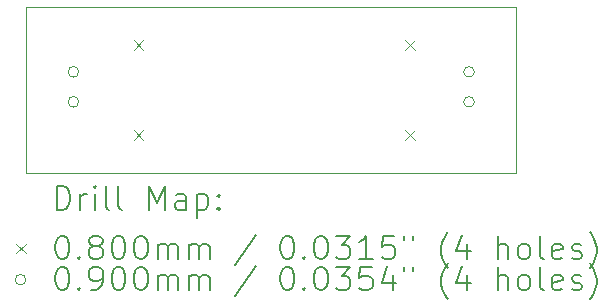
<source format=gbr>
%TF.GenerationSoftware,KiCad,Pcbnew,8.0.0*%
%TF.CreationDate,2024-04-12T16:45:46+09:00*%
%TF.ProjectId,putter,70757474-6572-42e6-9b69-6361645f7063,rev?*%
%TF.SameCoordinates,Original*%
%TF.FileFunction,Drillmap*%
%TF.FilePolarity,Positive*%
%FSLAX45Y45*%
G04 Gerber Fmt 4.5, Leading zero omitted, Abs format (unit mm)*
G04 Created by KiCad (PCBNEW 8.0.0) date 2024-04-12 16:45:46*
%MOMM*%
%LPD*%
G01*
G04 APERTURE LIST*
%ADD10C,0.050000*%
%ADD11C,0.200000*%
%ADD12C,0.100000*%
G04 APERTURE END LIST*
D10*
X9550000Y-6000000D02*
X13700000Y-6000000D01*
X13700000Y-7400000D01*
X9550000Y-7400000D01*
X9550000Y-6000000D01*
D11*
D12*
X10460000Y-6279000D02*
X10540000Y-6359000D01*
X10540000Y-6279000D02*
X10460000Y-6359000D01*
X10460000Y-7041000D02*
X10540000Y-7121000D01*
X10540000Y-7041000D02*
X10460000Y-7121000D01*
X12760000Y-6279000D02*
X12840000Y-6359000D01*
X12840000Y-6279000D02*
X12760000Y-6359000D01*
X12760000Y-7041000D02*
X12840000Y-7121000D01*
X12840000Y-7041000D02*
X12760000Y-7121000D01*
X9995000Y-6547000D02*
G75*
G02*
X9905000Y-6547000I-45000J0D01*
G01*
X9905000Y-6547000D02*
G75*
G02*
X9995000Y-6547000I45000J0D01*
G01*
X9995000Y-6801000D02*
G75*
G02*
X9905000Y-6801000I-45000J0D01*
G01*
X9905000Y-6801000D02*
G75*
G02*
X9995000Y-6801000I45000J0D01*
G01*
X13345000Y-6547000D02*
G75*
G02*
X13255000Y-6547000I-45000J0D01*
G01*
X13255000Y-6547000D02*
G75*
G02*
X13345000Y-6547000I45000J0D01*
G01*
X13345000Y-6801000D02*
G75*
G02*
X13255000Y-6801000I-45000J0D01*
G01*
X13255000Y-6801000D02*
G75*
G02*
X13345000Y-6801000I45000J0D01*
G01*
D11*
X9808277Y-7713984D02*
X9808277Y-7513984D01*
X9808277Y-7513984D02*
X9855896Y-7513984D01*
X9855896Y-7513984D02*
X9884467Y-7523508D01*
X9884467Y-7523508D02*
X9903515Y-7542555D01*
X9903515Y-7542555D02*
X9913039Y-7561603D01*
X9913039Y-7561603D02*
X9922563Y-7599698D01*
X9922563Y-7599698D02*
X9922563Y-7628269D01*
X9922563Y-7628269D02*
X9913039Y-7666365D01*
X9913039Y-7666365D02*
X9903515Y-7685412D01*
X9903515Y-7685412D02*
X9884467Y-7704460D01*
X9884467Y-7704460D02*
X9855896Y-7713984D01*
X9855896Y-7713984D02*
X9808277Y-7713984D01*
X10008277Y-7713984D02*
X10008277Y-7580650D01*
X10008277Y-7618746D02*
X10017801Y-7599698D01*
X10017801Y-7599698D02*
X10027324Y-7590174D01*
X10027324Y-7590174D02*
X10046372Y-7580650D01*
X10046372Y-7580650D02*
X10065420Y-7580650D01*
X10132086Y-7713984D02*
X10132086Y-7580650D01*
X10132086Y-7513984D02*
X10122563Y-7523508D01*
X10122563Y-7523508D02*
X10132086Y-7533031D01*
X10132086Y-7533031D02*
X10141610Y-7523508D01*
X10141610Y-7523508D02*
X10132086Y-7513984D01*
X10132086Y-7513984D02*
X10132086Y-7533031D01*
X10255896Y-7713984D02*
X10236848Y-7704460D01*
X10236848Y-7704460D02*
X10227324Y-7685412D01*
X10227324Y-7685412D02*
X10227324Y-7513984D01*
X10360658Y-7713984D02*
X10341610Y-7704460D01*
X10341610Y-7704460D02*
X10332086Y-7685412D01*
X10332086Y-7685412D02*
X10332086Y-7513984D01*
X10589229Y-7713984D02*
X10589229Y-7513984D01*
X10589229Y-7513984D02*
X10655896Y-7656841D01*
X10655896Y-7656841D02*
X10722563Y-7513984D01*
X10722563Y-7513984D02*
X10722563Y-7713984D01*
X10903515Y-7713984D02*
X10903515Y-7609222D01*
X10903515Y-7609222D02*
X10893991Y-7590174D01*
X10893991Y-7590174D02*
X10874944Y-7580650D01*
X10874944Y-7580650D02*
X10836848Y-7580650D01*
X10836848Y-7580650D02*
X10817801Y-7590174D01*
X10903515Y-7704460D02*
X10884467Y-7713984D01*
X10884467Y-7713984D02*
X10836848Y-7713984D01*
X10836848Y-7713984D02*
X10817801Y-7704460D01*
X10817801Y-7704460D02*
X10808277Y-7685412D01*
X10808277Y-7685412D02*
X10808277Y-7666365D01*
X10808277Y-7666365D02*
X10817801Y-7647317D01*
X10817801Y-7647317D02*
X10836848Y-7637793D01*
X10836848Y-7637793D02*
X10884467Y-7637793D01*
X10884467Y-7637793D02*
X10903515Y-7628269D01*
X10998753Y-7580650D02*
X10998753Y-7780650D01*
X10998753Y-7590174D02*
X11017801Y-7580650D01*
X11017801Y-7580650D02*
X11055896Y-7580650D01*
X11055896Y-7580650D02*
X11074944Y-7590174D01*
X11074944Y-7590174D02*
X11084467Y-7599698D01*
X11084467Y-7599698D02*
X11093991Y-7618746D01*
X11093991Y-7618746D02*
X11093991Y-7675888D01*
X11093991Y-7675888D02*
X11084467Y-7694936D01*
X11084467Y-7694936D02*
X11074944Y-7704460D01*
X11074944Y-7704460D02*
X11055896Y-7713984D01*
X11055896Y-7713984D02*
X11017801Y-7713984D01*
X11017801Y-7713984D02*
X10998753Y-7704460D01*
X11179705Y-7694936D02*
X11189229Y-7704460D01*
X11189229Y-7704460D02*
X11179705Y-7713984D01*
X11179705Y-7713984D02*
X11170182Y-7704460D01*
X11170182Y-7704460D02*
X11179705Y-7694936D01*
X11179705Y-7694936D02*
X11179705Y-7713984D01*
X11179705Y-7590174D02*
X11189229Y-7599698D01*
X11189229Y-7599698D02*
X11179705Y-7609222D01*
X11179705Y-7609222D02*
X11170182Y-7599698D01*
X11170182Y-7599698D02*
X11179705Y-7590174D01*
X11179705Y-7590174D02*
X11179705Y-7609222D01*
D12*
X9467500Y-8002500D02*
X9547500Y-8082500D01*
X9547500Y-8002500D02*
X9467500Y-8082500D01*
D11*
X9846372Y-7933984D02*
X9865420Y-7933984D01*
X9865420Y-7933984D02*
X9884467Y-7943508D01*
X9884467Y-7943508D02*
X9893991Y-7953031D01*
X9893991Y-7953031D02*
X9903515Y-7972079D01*
X9903515Y-7972079D02*
X9913039Y-8010174D01*
X9913039Y-8010174D02*
X9913039Y-8057793D01*
X9913039Y-8057793D02*
X9903515Y-8095888D01*
X9903515Y-8095888D02*
X9893991Y-8114936D01*
X9893991Y-8114936D02*
X9884467Y-8124460D01*
X9884467Y-8124460D02*
X9865420Y-8133984D01*
X9865420Y-8133984D02*
X9846372Y-8133984D01*
X9846372Y-8133984D02*
X9827324Y-8124460D01*
X9827324Y-8124460D02*
X9817801Y-8114936D01*
X9817801Y-8114936D02*
X9808277Y-8095888D01*
X9808277Y-8095888D02*
X9798753Y-8057793D01*
X9798753Y-8057793D02*
X9798753Y-8010174D01*
X9798753Y-8010174D02*
X9808277Y-7972079D01*
X9808277Y-7972079D02*
X9817801Y-7953031D01*
X9817801Y-7953031D02*
X9827324Y-7943508D01*
X9827324Y-7943508D02*
X9846372Y-7933984D01*
X9998753Y-8114936D02*
X10008277Y-8124460D01*
X10008277Y-8124460D02*
X9998753Y-8133984D01*
X9998753Y-8133984D02*
X9989229Y-8124460D01*
X9989229Y-8124460D02*
X9998753Y-8114936D01*
X9998753Y-8114936D02*
X9998753Y-8133984D01*
X10122563Y-8019698D02*
X10103515Y-8010174D01*
X10103515Y-8010174D02*
X10093991Y-8000650D01*
X10093991Y-8000650D02*
X10084467Y-7981603D01*
X10084467Y-7981603D02*
X10084467Y-7972079D01*
X10084467Y-7972079D02*
X10093991Y-7953031D01*
X10093991Y-7953031D02*
X10103515Y-7943508D01*
X10103515Y-7943508D02*
X10122563Y-7933984D01*
X10122563Y-7933984D02*
X10160658Y-7933984D01*
X10160658Y-7933984D02*
X10179705Y-7943508D01*
X10179705Y-7943508D02*
X10189229Y-7953031D01*
X10189229Y-7953031D02*
X10198753Y-7972079D01*
X10198753Y-7972079D02*
X10198753Y-7981603D01*
X10198753Y-7981603D02*
X10189229Y-8000650D01*
X10189229Y-8000650D02*
X10179705Y-8010174D01*
X10179705Y-8010174D02*
X10160658Y-8019698D01*
X10160658Y-8019698D02*
X10122563Y-8019698D01*
X10122563Y-8019698D02*
X10103515Y-8029222D01*
X10103515Y-8029222D02*
X10093991Y-8038746D01*
X10093991Y-8038746D02*
X10084467Y-8057793D01*
X10084467Y-8057793D02*
X10084467Y-8095888D01*
X10084467Y-8095888D02*
X10093991Y-8114936D01*
X10093991Y-8114936D02*
X10103515Y-8124460D01*
X10103515Y-8124460D02*
X10122563Y-8133984D01*
X10122563Y-8133984D02*
X10160658Y-8133984D01*
X10160658Y-8133984D02*
X10179705Y-8124460D01*
X10179705Y-8124460D02*
X10189229Y-8114936D01*
X10189229Y-8114936D02*
X10198753Y-8095888D01*
X10198753Y-8095888D02*
X10198753Y-8057793D01*
X10198753Y-8057793D02*
X10189229Y-8038746D01*
X10189229Y-8038746D02*
X10179705Y-8029222D01*
X10179705Y-8029222D02*
X10160658Y-8019698D01*
X10322563Y-7933984D02*
X10341610Y-7933984D01*
X10341610Y-7933984D02*
X10360658Y-7943508D01*
X10360658Y-7943508D02*
X10370182Y-7953031D01*
X10370182Y-7953031D02*
X10379705Y-7972079D01*
X10379705Y-7972079D02*
X10389229Y-8010174D01*
X10389229Y-8010174D02*
X10389229Y-8057793D01*
X10389229Y-8057793D02*
X10379705Y-8095888D01*
X10379705Y-8095888D02*
X10370182Y-8114936D01*
X10370182Y-8114936D02*
X10360658Y-8124460D01*
X10360658Y-8124460D02*
X10341610Y-8133984D01*
X10341610Y-8133984D02*
X10322563Y-8133984D01*
X10322563Y-8133984D02*
X10303515Y-8124460D01*
X10303515Y-8124460D02*
X10293991Y-8114936D01*
X10293991Y-8114936D02*
X10284467Y-8095888D01*
X10284467Y-8095888D02*
X10274944Y-8057793D01*
X10274944Y-8057793D02*
X10274944Y-8010174D01*
X10274944Y-8010174D02*
X10284467Y-7972079D01*
X10284467Y-7972079D02*
X10293991Y-7953031D01*
X10293991Y-7953031D02*
X10303515Y-7943508D01*
X10303515Y-7943508D02*
X10322563Y-7933984D01*
X10513039Y-7933984D02*
X10532086Y-7933984D01*
X10532086Y-7933984D02*
X10551134Y-7943508D01*
X10551134Y-7943508D02*
X10560658Y-7953031D01*
X10560658Y-7953031D02*
X10570182Y-7972079D01*
X10570182Y-7972079D02*
X10579705Y-8010174D01*
X10579705Y-8010174D02*
X10579705Y-8057793D01*
X10579705Y-8057793D02*
X10570182Y-8095888D01*
X10570182Y-8095888D02*
X10560658Y-8114936D01*
X10560658Y-8114936D02*
X10551134Y-8124460D01*
X10551134Y-8124460D02*
X10532086Y-8133984D01*
X10532086Y-8133984D02*
X10513039Y-8133984D01*
X10513039Y-8133984D02*
X10493991Y-8124460D01*
X10493991Y-8124460D02*
X10484467Y-8114936D01*
X10484467Y-8114936D02*
X10474944Y-8095888D01*
X10474944Y-8095888D02*
X10465420Y-8057793D01*
X10465420Y-8057793D02*
X10465420Y-8010174D01*
X10465420Y-8010174D02*
X10474944Y-7972079D01*
X10474944Y-7972079D02*
X10484467Y-7953031D01*
X10484467Y-7953031D02*
X10493991Y-7943508D01*
X10493991Y-7943508D02*
X10513039Y-7933984D01*
X10665420Y-8133984D02*
X10665420Y-8000650D01*
X10665420Y-8019698D02*
X10674944Y-8010174D01*
X10674944Y-8010174D02*
X10693991Y-8000650D01*
X10693991Y-8000650D02*
X10722563Y-8000650D01*
X10722563Y-8000650D02*
X10741610Y-8010174D01*
X10741610Y-8010174D02*
X10751134Y-8029222D01*
X10751134Y-8029222D02*
X10751134Y-8133984D01*
X10751134Y-8029222D02*
X10760658Y-8010174D01*
X10760658Y-8010174D02*
X10779705Y-8000650D01*
X10779705Y-8000650D02*
X10808277Y-8000650D01*
X10808277Y-8000650D02*
X10827325Y-8010174D01*
X10827325Y-8010174D02*
X10836848Y-8029222D01*
X10836848Y-8029222D02*
X10836848Y-8133984D01*
X10932086Y-8133984D02*
X10932086Y-8000650D01*
X10932086Y-8019698D02*
X10941610Y-8010174D01*
X10941610Y-8010174D02*
X10960658Y-8000650D01*
X10960658Y-8000650D02*
X10989229Y-8000650D01*
X10989229Y-8000650D02*
X11008277Y-8010174D01*
X11008277Y-8010174D02*
X11017801Y-8029222D01*
X11017801Y-8029222D02*
X11017801Y-8133984D01*
X11017801Y-8029222D02*
X11027325Y-8010174D01*
X11027325Y-8010174D02*
X11046372Y-8000650D01*
X11046372Y-8000650D02*
X11074944Y-8000650D01*
X11074944Y-8000650D02*
X11093991Y-8010174D01*
X11093991Y-8010174D02*
X11103515Y-8029222D01*
X11103515Y-8029222D02*
X11103515Y-8133984D01*
X11493991Y-7924460D02*
X11322563Y-8181603D01*
X11751134Y-7933984D02*
X11770182Y-7933984D01*
X11770182Y-7933984D02*
X11789229Y-7943508D01*
X11789229Y-7943508D02*
X11798753Y-7953031D01*
X11798753Y-7953031D02*
X11808277Y-7972079D01*
X11808277Y-7972079D02*
X11817801Y-8010174D01*
X11817801Y-8010174D02*
X11817801Y-8057793D01*
X11817801Y-8057793D02*
X11808277Y-8095888D01*
X11808277Y-8095888D02*
X11798753Y-8114936D01*
X11798753Y-8114936D02*
X11789229Y-8124460D01*
X11789229Y-8124460D02*
X11770182Y-8133984D01*
X11770182Y-8133984D02*
X11751134Y-8133984D01*
X11751134Y-8133984D02*
X11732086Y-8124460D01*
X11732086Y-8124460D02*
X11722563Y-8114936D01*
X11722563Y-8114936D02*
X11713039Y-8095888D01*
X11713039Y-8095888D02*
X11703515Y-8057793D01*
X11703515Y-8057793D02*
X11703515Y-8010174D01*
X11703515Y-8010174D02*
X11713039Y-7972079D01*
X11713039Y-7972079D02*
X11722563Y-7953031D01*
X11722563Y-7953031D02*
X11732086Y-7943508D01*
X11732086Y-7943508D02*
X11751134Y-7933984D01*
X11903515Y-8114936D02*
X11913039Y-8124460D01*
X11913039Y-8124460D02*
X11903515Y-8133984D01*
X11903515Y-8133984D02*
X11893991Y-8124460D01*
X11893991Y-8124460D02*
X11903515Y-8114936D01*
X11903515Y-8114936D02*
X11903515Y-8133984D01*
X12036848Y-7933984D02*
X12055896Y-7933984D01*
X12055896Y-7933984D02*
X12074944Y-7943508D01*
X12074944Y-7943508D02*
X12084467Y-7953031D01*
X12084467Y-7953031D02*
X12093991Y-7972079D01*
X12093991Y-7972079D02*
X12103515Y-8010174D01*
X12103515Y-8010174D02*
X12103515Y-8057793D01*
X12103515Y-8057793D02*
X12093991Y-8095888D01*
X12093991Y-8095888D02*
X12084467Y-8114936D01*
X12084467Y-8114936D02*
X12074944Y-8124460D01*
X12074944Y-8124460D02*
X12055896Y-8133984D01*
X12055896Y-8133984D02*
X12036848Y-8133984D01*
X12036848Y-8133984D02*
X12017801Y-8124460D01*
X12017801Y-8124460D02*
X12008277Y-8114936D01*
X12008277Y-8114936D02*
X11998753Y-8095888D01*
X11998753Y-8095888D02*
X11989229Y-8057793D01*
X11989229Y-8057793D02*
X11989229Y-8010174D01*
X11989229Y-8010174D02*
X11998753Y-7972079D01*
X11998753Y-7972079D02*
X12008277Y-7953031D01*
X12008277Y-7953031D02*
X12017801Y-7943508D01*
X12017801Y-7943508D02*
X12036848Y-7933984D01*
X12170182Y-7933984D02*
X12293991Y-7933984D01*
X12293991Y-7933984D02*
X12227325Y-8010174D01*
X12227325Y-8010174D02*
X12255896Y-8010174D01*
X12255896Y-8010174D02*
X12274944Y-8019698D01*
X12274944Y-8019698D02*
X12284467Y-8029222D01*
X12284467Y-8029222D02*
X12293991Y-8048269D01*
X12293991Y-8048269D02*
X12293991Y-8095888D01*
X12293991Y-8095888D02*
X12284467Y-8114936D01*
X12284467Y-8114936D02*
X12274944Y-8124460D01*
X12274944Y-8124460D02*
X12255896Y-8133984D01*
X12255896Y-8133984D02*
X12198753Y-8133984D01*
X12198753Y-8133984D02*
X12179706Y-8124460D01*
X12179706Y-8124460D02*
X12170182Y-8114936D01*
X12484467Y-8133984D02*
X12370182Y-8133984D01*
X12427325Y-8133984D02*
X12427325Y-7933984D01*
X12427325Y-7933984D02*
X12408277Y-7962555D01*
X12408277Y-7962555D02*
X12389229Y-7981603D01*
X12389229Y-7981603D02*
X12370182Y-7991127D01*
X12665420Y-7933984D02*
X12570182Y-7933984D01*
X12570182Y-7933984D02*
X12560658Y-8029222D01*
X12560658Y-8029222D02*
X12570182Y-8019698D01*
X12570182Y-8019698D02*
X12589229Y-8010174D01*
X12589229Y-8010174D02*
X12636848Y-8010174D01*
X12636848Y-8010174D02*
X12655896Y-8019698D01*
X12655896Y-8019698D02*
X12665420Y-8029222D01*
X12665420Y-8029222D02*
X12674944Y-8048269D01*
X12674944Y-8048269D02*
X12674944Y-8095888D01*
X12674944Y-8095888D02*
X12665420Y-8114936D01*
X12665420Y-8114936D02*
X12655896Y-8124460D01*
X12655896Y-8124460D02*
X12636848Y-8133984D01*
X12636848Y-8133984D02*
X12589229Y-8133984D01*
X12589229Y-8133984D02*
X12570182Y-8124460D01*
X12570182Y-8124460D02*
X12560658Y-8114936D01*
X12751134Y-7933984D02*
X12751134Y-7972079D01*
X12827325Y-7933984D02*
X12827325Y-7972079D01*
X13122563Y-8210174D02*
X13113039Y-8200650D01*
X13113039Y-8200650D02*
X13093991Y-8172079D01*
X13093991Y-8172079D02*
X13084468Y-8153031D01*
X13084468Y-8153031D02*
X13074944Y-8124460D01*
X13074944Y-8124460D02*
X13065420Y-8076841D01*
X13065420Y-8076841D02*
X13065420Y-8038746D01*
X13065420Y-8038746D02*
X13074944Y-7991127D01*
X13074944Y-7991127D02*
X13084468Y-7962555D01*
X13084468Y-7962555D02*
X13093991Y-7943508D01*
X13093991Y-7943508D02*
X13113039Y-7914936D01*
X13113039Y-7914936D02*
X13122563Y-7905412D01*
X13284468Y-8000650D02*
X13284468Y-8133984D01*
X13236848Y-7924460D02*
X13189229Y-8067317D01*
X13189229Y-8067317D02*
X13313039Y-8067317D01*
X13541610Y-8133984D02*
X13541610Y-7933984D01*
X13627325Y-8133984D02*
X13627325Y-8029222D01*
X13627325Y-8029222D02*
X13617801Y-8010174D01*
X13617801Y-8010174D02*
X13598753Y-8000650D01*
X13598753Y-8000650D02*
X13570182Y-8000650D01*
X13570182Y-8000650D02*
X13551134Y-8010174D01*
X13551134Y-8010174D02*
X13541610Y-8019698D01*
X13751134Y-8133984D02*
X13732087Y-8124460D01*
X13732087Y-8124460D02*
X13722563Y-8114936D01*
X13722563Y-8114936D02*
X13713039Y-8095888D01*
X13713039Y-8095888D02*
X13713039Y-8038746D01*
X13713039Y-8038746D02*
X13722563Y-8019698D01*
X13722563Y-8019698D02*
X13732087Y-8010174D01*
X13732087Y-8010174D02*
X13751134Y-8000650D01*
X13751134Y-8000650D02*
X13779706Y-8000650D01*
X13779706Y-8000650D02*
X13798753Y-8010174D01*
X13798753Y-8010174D02*
X13808277Y-8019698D01*
X13808277Y-8019698D02*
X13817801Y-8038746D01*
X13817801Y-8038746D02*
X13817801Y-8095888D01*
X13817801Y-8095888D02*
X13808277Y-8114936D01*
X13808277Y-8114936D02*
X13798753Y-8124460D01*
X13798753Y-8124460D02*
X13779706Y-8133984D01*
X13779706Y-8133984D02*
X13751134Y-8133984D01*
X13932087Y-8133984D02*
X13913039Y-8124460D01*
X13913039Y-8124460D02*
X13903515Y-8105412D01*
X13903515Y-8105412D02*
X13903515Y-7933984D01*
X14084468Y-8124460D02*
X14065420Y-8133984D01*
X14065420Y-8133984D02*
X14027325Y-8133984D01*
X14027325Y-8133984D02*
X14008277Y-8124460D01*
X14008277Y-8124460D02*
X13998753Y-8105412D01*
X13998753Y-8105412D02*
X13998753Y-8029222D01*
X13998753Y-8029222D02*
X14008277Y-8010174D01*
X14008277Y-8010174D02*
X14027325Y-8000650D01*
X14027325Y-8000650D02*
X14065420Y-8000650D01*
X14065420Y-8000650D02*
X14084468Y-8010174D01*
X14084468Y-8010174D02*
X14093991Y-8029222D01*
X14093991Y-8029222D02*
X14093991Y-8048269D01*
X14093991Y-8048269D02*
X13998753Y-8067317D01*
X14170182Y-8124460D02*
X14189230Y-8133984D01*
X14189230Y-8133984D02*
X14227325Y-8133984D01*
X14227325Y-8133984D02*
X14246372Y-8124460D01*
X14246372Y-8124460D02*
X14255896Y-8105412D01*
X14255896Y-8105412D02*
X14255896Y-8095888D01*
X14255896Y-8095888D02*
X14246372Y-8076841D01*
X14246372Y-8076841D02*
X14227325Y-8067317D01*
X14227325Y-8067317D02*
X14198753Y-8067317D01*
X14198753Y-8067317D02*
X14179706Y-8057793D01*
X14179706Y-8057793D02*
X14170182Y-8038746D01*
X14170182Y-8038746D02*
X14170182Y-8029222D01*
X14170182Y-8029222D02*
X14179706Y-8010174D01*
X14179706Y-8010174D02*
X14198753Y-8000650D01*
X14198753Y-8000650D02*
X14227325Y-8000650D01*
X14227325Y-8000650D02*
X14246372Y-8010174D01*
X14322563Y-8210174D02*
X14332087Y-8200650D01*
X14332087Y-8200650D02*
X14351134Y-8172079D01*
X14351134Y-8172079D02*
X14360658Y-8153031D01*
X14360658Y-8153031D02*
X14370182Y-8124460D01*
X14370182Y-8124460D02*
X14379706Y-8076841D01*
X14379706Y-8076841D02*
X14379706Y-8038746D01*
X14379706Y-8038746D02*
X14370182Y-7991127D01*
X14370182Y-7991127D02*
X14360658Y-7962555D01*
X14360658Y-7962555D02*
X14351134Y-7943508D01*
X14351134Y-7943508D02*
X14332087Y-7914936D01*
X14332087Y-7914936D02*
X14322563Y-7905412D01*
D12*
X9547500Y-8306500D02*
G75*
G02*
X9457500Y-8306500I-45000J0D01*
G01*
X9457500Y-8306500D02*
G75*
G02*
X9547500Y-8306500I45000J0D01*
G01*
D11*
X9846372Y-8197984D02*
X9865420Y-8197984D01*
X9865420Y-8197984D02*
X9884467Y-8207508D01*
X9884467Y-8207508D02*
X9893991Y-8217031D01*
X9893991Y-8217031D02*
X9903515Y-8236079D01*
X9903515Y-8236079D02*
X9913039Y-8274174D01*
X9913039Y-8274174D02*
X9913039Y-8321793D01*
X9913039Y-8321793D02*
X9903515Y-8359888D01*
X9903515Y-8359888D02*
X9893991Y-8378936D01*
X9893991Y-8378936D02*
X9884467Y-8388460D01*
X9884467Y-8388460D02*
X9865420Y-8397984D01*
X9865420Y-8397984D02*
X9846372Y-8397984D01*
X9846372Y-8397984D02*
X9827324Y-8388460D01*
X9827324Y-8388460D02*
X9817801Y-8378936D01*
X9817801Y-8378936D02*
X9808277Y-8359888D01*
X9808277Y-8359888D02*
X9798753Y-8321793D01*
X9798753Y-8321793D02*
X9798753Y-8274174D01*
X9798753Y-8274174D02*
X9808277Y-8236079D01*
X9808277Y-8236079D02*
X9817801Y-8217031D01*
X9817801Y-8217031D02*
X9827324Y-8207508D01*
X9827324Y-8207508D02*
X9846372Y-8197984D01*
X9998753Y-8378936D02*
X10008277Y-8388460D01*
X10008277Y-8388460D02*
X9998753Y-8397984D01*
X9998753Y-8397984D02*
X9989229Y-8388460D01*
X9989229Y-8388460D02*
X9998753Y-8378936D01*
X9998753Y-8378936D02*
X9998753Y-8397984D01*
X10103515Y-8397984D02*
X10141610Y-8397984D01*
X10141610Y-8397984D02*
X10160658Y-8388460D01*
X10160658Y-8388460D02*
X10170182Y-8378936D01*
X10170182Y-8378936D02*
X10189229Y-8350365D01*
X10189229Y-8350365D02*
X10198753Y-8312269D01*
X10198753Y-8312269D02*
X10198753Y-8236079D01*
X10198753Y-8236079D02*
X10189229Y-8217031D01*
X10189229Y-8217031D02*
X10179705Y-8207508D01*
X10179705Y-8207508D02*
X10160658Y-8197984D01*
X10160658Y-8197984D02*
X10122563Y-8197984D01*
X10122563Y-8197984D02*
X10103515Y-8207508D01*
X10103515Y-8207508D02*
X10093991Y-8217031D01*
X10093991Y-8217031D02*
X10084467Y-8236079D01*
X10084467Y-8236079D02*
X10084467Y-8283698D01*
X10084467Y-8283698D02*
X10093991Y-8302746D01*
X10093991Y-8302746D02*
X10103515Y-8312269D01*
X10103515Y-8312269D02*
X10122563Y-8321793D01*
X10122563Y-8321793D02*
X10160658Y-8321793D01*
X10160658Y-8321793D02*
X10179705Y-8312269D01*
X10179705Y-8312269D02*
X10189229Y-8302746D01*
X10189229Y-8302746D02*
X10198753Y-8283698D01*
X10322563Y-8197984D02*
X10341610Y-8197984D01*
X10341610Y-8197984D02*
X10360658Y-8207508D01*
X10360658Y-8207508D02*
X10370182Y-8217031D01*
X10370182Y-8217031D02*
X10379705Y-8236079D01*
X10379705Y-8236079D02*
X10389229Y-8274174D01*
X10389229Y-8274174D02*
X10389229Y-8321793D01*
X10389229Y-8321793D02*
X10379705Y-8359888D01*
X10379705Y-8359888D02*
X10370182Y-8378936D01*
X10370182Y-8378936D02*
X10360658Y-8388460D01*
X10360658Y-8388460D02*
X10341610Y-8397984D01*
X10341610Y-8397984D02*
X10322563Y-8397984D01*
X10322563Y-8397984D02*
X10303515Y-8388460D01*
X10303515Y-8388460D02*
X10293991Y-8378936D01*
X10293991Y-8378936D02*
X10284467Y-8359888D01*
X10284467Y-8359888D02*
X10274944Y-8321793D01*
X10274944Y-8321793D02*
X10274944Y-8274174D01*
X10274944Y-8274174D02*
X10284467Y-8236079D01*
X10284467Y-8236079D02*
X10293991Y-8217031D01*
X10293991Y-8217031D02*
X10303515Y-8207508D01*
X10303515Y-8207508D02*
X10322563Y-8197984D01*
X10513039Y-8197984D02*
X10532086Y-8197984D01*
X10532086Y-8197984D02*
X10551134Y-8207508D01*
X10551134Y-8207508D02*
X10560658Y-8217031D01*
X10560658Y-8217031D02*
X10570182Y-8236079D01*
X10570182Y-8236079D02*
X10579705Y-8274174D01*
X10579705Y-8274174D02*
X10579705Y-8321793D01*
X10579705Y-8321793D02*
X10570182Y-8359888D01*
X10570182Y-8359888D02*
X10560658Y-8378936D01*
X10560658Y-8378936D02*
X10551134Y-8388460D01*
X10551134Y-8388460D02*
X10532086Y-8397984D01*
X10532086Y-8397984D02*
X10513039Y-8397984D01*
X10513039Y-8397984D02*
X10493991Y-8388460D01*
X10493991Y-8388460D02*
X10484467Y-8378936D01*
X10484467Y-8378936D02*
X10474944Y-8359888D01*
X10474944Y-8359888D02*
X10465420Y-8321793D01*
X10465420Y-8321793D02*
X10465420Y-8274174D01*
X10465420Y-8274174D02*
X10474944Y-8236079D01*
X10474944Y-8236079D02*
X10484467Y-8217031D01*
X10484467Y-8217031D02*
X10493991Y-8207508D01*
X10493991Y-8207508D02*
X10513039Y-8197984D01*
X10665420Y-8397984D02*
X10665420Y-8264650D01*
X10665420Y-8283698D02*
X10674944Y-8274174D01*
X10674944Y-8274174D02*
X10693991Y-8264650D01*
X10693991Y-8264650D02*
X10722563Y-8264650D01*
X10722563Y-8264650D02*
X10741610Y-8274174D01*
X10741610Y-8274174D02*
X10751134Y-8293222D01*
X10751134Y-8293222D02*
X10751134Y-8397984D01*
X10751134Y-8293222D02*
X10760658Y-8274174D01*
X10760658Y-8274174D02*
X10779705Y-8264650D01*
X10779705Y-8264650D02*
X10808277Y-8264650D01*
X10808277Y-8264650D02*
X10827325Y-8274174D01*
X10827325Y-8274174D02*
X10836848Y-8293222D01*
X10836848Y-8293222D02*
X10836848Y-8397984D01*
X10932086Y-8397984D02*
X10932086Y-8264650D01*
X10932086Y-8283698D02*
X10941610Y-8274174D01*
X10941610Y-8274174D02*
X10960658Y-8264650D01*
X10960658Y-8264650D02*
X10989229Y-8264650D01*
X10989229Y-8264650D02*
X11008277Y-8274174D01*
X11008277Y-8274174D02*
X11017801Y-8293222D01*
X11017801Y-8293222D02*
X11017801Y-8397984D01*
X11017801Y-8293222D02*
X11027325Y-8274174D01*
X11027325Y-8274174D02*
X11046372Y-8264650D01*
X11046372Y-8264650D02*
X11074944Y-8264650D01*
X11074944Y-8264650D02*
X11093991Y-8274174D01*
X11093991Y-8274174D02*
X11103515Y-8293222D01*
X11103515Y-8293222D02*
X11103515Y-8397984D01*
X11493991Y-8188460D02*
X11322563Y-8445603D01*
X11751134Y-8197984D02*
X11770182Y-8197984D01*
X11770182Y-8197984D02*
X11789229Y-8207508D01*
X11789229Y-8207508D02*
X11798753Y-8217031D01*
X11798753Y-8217031D02*
X11808277Y-8236079D01*
X11808277Y-8236079D02*
X11817801Y-8274174D01*
X11817801Y-8274174D02*
X11817801Y-8321793D01*
X11817801Y-8321793D02*
X11808277Y-8359888D01*
X11808277Y-8359888D02*
X11798753Y-8378936D01*
X11798753Y-8378936D02*
X11789229Y-8388460D01*
X11789229Y-8388460D02*
X11770182Y-8397984D01*
X11770182Y-8397984D02*
X11751134Y-8397984D01*
X11751134Y-8397984D02*
X11732086Y-8388460D01*
X11732086Y-8388460D02*
X11722563Y-8378936D01*
X11722563Y-8378936D02*
X11713039Y-8359888D01*
X11713039Y-8359888D02*
X11703515Y-8321793D01*
X11703515Y-8321793D02*
X11703515Y-8274174D01*
X11703515Y-8274174D02*
X11713039Y-8236079D01*
X11713039Y-8236079D02*
X11722563Y-8217031D01*
X11722563Y-8217031D02*
X11732086Y-8207508D01*
X11732086Y-8207508D02*
X11751134Y-8197984D01*
X11903515Y-8378936D02*
X11913039Y-8388460D01*
X11913039Y-8388460D02*
X11903515Y-8397984D01*
X11903515Y-8397984D02*
X11893991Y-8388460D01*
X11893991Y-8388460D02*
X11903515Y-8378936D01*
X11903515Y-8378936D02*
X11903515Y-8397984D01*
X12036848Y-8197984D02*
X12055896Y-8197984D01*
X12055896Y-8197984D02*
X12074944Y-8207508D01*
X12074944Y-8207508D02*
X12084467Y-8217031D01*
X12084467Y-8217031D02*
X12093991Y-8236079D01*
X12093991Y-8236079D02*
X12103515Y-8274174D01*
X12103515Y-8274174D02*
X12103515Y-8321793D01*
X12103515Y-8321793D02*
X12093991Y-8359888D01*
X12093991Y-8359888D02*
X12084467Y-8378936D01*
X12084467Y-8378936D02*
X12074944Y-8388460D01*
X12074944Y-8388460D02*
X12055896Y-8397984D01*
X12055896Y-8397984D02*
X12036848Y-8397984D01*
X12036848Y-8397984D02*
X12017801Y-8388460D01*
X12017801Y-8388460D02*
X12008277Y-8378936D01*
X12008277Y-8378936D02*
X11998753Y-8359888D01*
X11998753Y-8359888D02*
X11989229Y-8321793D01*
X11989229Y-8321793D02*
X11989229Y-8274174D01*
X11989229Y-8274174D02*
X11998753Y-8236079D01*
X11998753Y-8236079D02*
X12008277Y-8217031D01*
X12008277Y-8217031D02*
X12017801Y-8207508D01*
X12017801Y-8207508D02*
X12036848Y-8197984D01*
X12170182Y-8197984D02*
X12293991Y-8197984D01*
X12293991Y-8197984D02*
X12227325Y-8274174D01*
X12227325Y-8274174D02*
X12255896Y-8274174D01*
X12255896Y-8274174D02*
X12274944Y-8283698D01*
X12274944Y-8283698D02*
X12284467Y-8293222D01*
X12284467Y-8293222D02*
X12293991Y-8312269D01*
X12293991Y-8312269D02*
X12293991Y-8359888D01*
X12293991Y-8359888D02*
X12284467Y-8378936D01*
X12284467Y-8378936D02*
X12274944Y-8388460D01*
X12274944Y-8388460D02*
X12255896Y-8397984D01*
X12255896Y-8397984D02*
X12198753Y-8397984D01*
X12198753Y-8397984D02*
X12179706Y-8388460D01*
X12179706Y-8388460D02*
X12170182Y-8378936D01*
X12474944Y-8197984D02*
X12379706Y-8197984D01*
X12379706Y-8197984D02*
X12370182Y-8293222D01*
X12370182Y-8293222D02*
X12379706Y-8283698D01*
X12379706Y-8283698D02*
X12398753Y-8274174D01*
X12398753Y-8274174D02*
X12446372Y-8274174D01*
X12446372Y-8274174D02*
X12465420Y-8283698D01*
X12465420Y-8283698D02*
X12474944Y-8293222D01*
X12474944Y-8293222D02*
X12484467Y-8312269D01*
X12484467Y-8312269D02*
X12484467Y-8359888D01*
X12484467Y-8359888D02*
X12474944Y-8378936D01*
X12474944Y-8378936D02*
X12465420Y-8388460D01*
X12465420Y-8388460D02*
X12446372Y-8397984D01*
X12446372Y-8397984D02*
X12398753Y-8397984D01*
X12398753Y-8397984D02*
X12379706Y-8388460D01*
X12379706Y-8388460D02*
X12370182Y-8378936D01*
X12655896Y-8264650D02*
X12655896Y-8397984D01*
X12608277Y-8188460D02*
X12560658Y-8331317D01*
X12560658Y-8331317D02*
X12684467Y-8331317D01*
X12751134Y-8197984D02*
X12751134Y-8236079D01*
X12827325Y-8197984D02*
X12827325Y-8236079D01*
X13122563Y-8474174D02*
X13113039Y-8464650D01*
X13113039Y-8464650D02*
X13093991Y-8436079D01*
X13093991Y-8436079D02*
X13084468Y-8417031D01*
X13084468Y-8417031D02*
X13074944Y-8388460D01*
X13074944Y-8388460D02*
X13065420Y-8340841D01*
X13065420Y-8340841D02*
X13065420Y-8302746D01*
X13065420Y-8302746D02*
X13074944Y-8255127D01*
X13074944Y-8255127D02*
X13084468Y-8226555D01*
X13084468Y-8226555D02*
X13093991Y-8207508D01*
X13093991Y-8207508D02*
X13113039Y-8178936D01*
X13113039Y-8178936D02*
X13122563Y-8169412D01*
X13284468Y-8264650D02*
X13284468Y-8397984D01*
X13236848Y-8188460D02*
X13189229Y-8331317D01*
X13189229Y-8331317D02*
X13313039Y-8331317D01*
X13541610Y-8397984D02*
X13541610Y-8197984D01*
X13627325Y-8397984D02*
X13627325Y-8293222D01*
X13627325Y-8293222D02*
X13617801Y-8274174D01*
X13617801Y-8274174D02*
X13598753Y-8264650D01*
X13598753Y-8264650D02*
X13570182Y-8264650D01*
X13570182Y-8264650D02*
X13551134Y-8274174D01*
X13551134Y-8274174D02*
X13541610Y-8283698D01*
X13751134Y-8397984D02*
X13732087Y-8388460D01*
X13732087Y-8388460D02*
X13722563Y-8378936D01*
X13722563Y-8378936D02*
X13713039Y-8359888D01*
X13713039Y-8359888D02*
X13713039Y-8302746D01*
X13713039Y-8302746D02*
X13722563Y-8283698D01*
X13722563Y-8283698D02*
X13732087Y-8274174D01*
X13732087Y-8274174D02*
X13751134Y-8264650D01*
X13751134Y-8264650D02*
X13779706Y-8264650D01*
X13779706Y-8264650D02*
X13798753Y-8274174D01*
X13798753Y-8274174D02*
X13808277Y-8283698D01*
X13808277Y-8283698D02*
X13817801Y-8302746D01*
X13817801Y-8302746D02*
X13817801Y-8359888D01*
X13817801Y-8359888D02*
X13808277Y-8378936D01*
X13808277Y-8378936D02*
X13798753Y-8388460D01*
X13798753Y-8388460D02*
X13779706Y-8397984D01*
X13779706Y-8397984D02*
X13751134Y-8397984D01*
X13932087Y-8397984D02*
X13913039Y-8388460D01*
X13913039Y-8388460D02*
X13903515Y-8369412D01*
X13903515Y-8369412D02*
X13903515Y-8197984D01*
X14084468Y-8388460D02*
X14065420Y-8397984D01*
X14065420Y-8397984D02*
X14027325Y-8397984D01*
X14027325Y-8397984D02*
X14008277Y-8388460D01*
X14008277Y-8388460D02*
X13998753Y-8369412D01*
X13998753Y-8369412D02*
X13998753Y-8293222D01*
X13998753Y-8293222D02*
X14008277Y-8274174D01*
X14008277Y-8274174D02*
X14027325Y-8264650D01*
X14027325Y-8264650D02*
X14065420Y-8264650D01*
X14065420Y-8264650D02*
X14084468Y-8274174D01*
X14084468Y-8274174D02*
X14093991Y-8293222D01*
X14093991Y-8293222D02*
X14093991Y-8312269D01*
X14093991Y-8312269D02*
X13998753Y-8331317D01*
X14170182Y-8388460D02*
X14189230Y-8397984D01*
X14189230Y-8397984D02*
X14227325Y-8397984D01*
X14227325Y-8397984D02*
X14246372Y-8388460D01*
X14246372Y-8388460D02*
X14255896Y-8369412D01*
X14255896Y-8369412D02*
X14255896Y-8359888D01*
X14255896Y-8359888D02*
X14246372Y-8340841D01*
X14246372Y-8340841D02*
X14227325Y-8331317D01*
X14227325Y-8331317D02*
X14198753Y-8331317D01*
X14198753Y-8331317D02*
X14179706Y-8321793D01*
X14179706Y-8321793D02*
X14170182Y-8302746D01*
X14170182Y-8302746D02*
X14170182Y-8293222D01*
X14170182Y-8293222D02*
X14179706Y-8274174D01*
X14179706Y-8274174D02*
X14198753Y-8264650D01*
X14198753Y-8264650D02*
X14227325Y-8264650D01*
X14227325Y-8264650D02*
X14246372Y-8274174D01*
X14322563Y-8474174D02*
X14332087Y-8464650D01*
X14332087Y-8464650D02*
X14351134Y-8436079D01*
X14351134Y-8436079D02*
X14360658Y-8417031D01*
X14360658Y-8417031D02*
X14370182Y-8388460D01*
X14370182Y-8388460D02*
X14379706Y-8340841D01*
X14379706Y-8340841D02*
X14379706Y-8302746D01*
X14379706Y-8302746D02*
X14370182Y-8255127D01*
X14370182Y-8255127D02*
X14360658Y-8226555D01*
X14360658Y-8226555D02*
X14351134Y-8207508D01*
X14351134Y-8207508D02*
X14332087Y-8178936D01*
X14332087Y-8178936D02*
X14322563Y-8169412D01*
M02*

</source>
